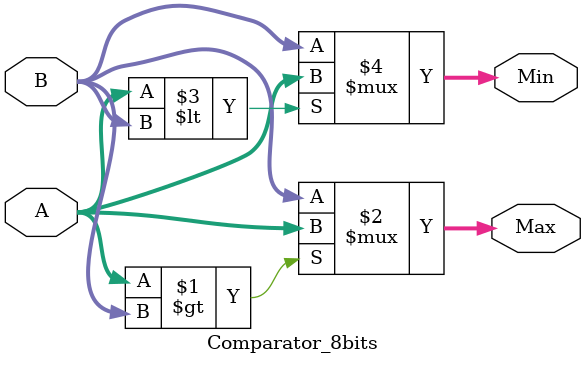
<source format=v>
module Comparator_8bits(Max, Min, A, B/*, clk*/);
    //input             clk;
    input       [7:0] A, B;
    output      [7:0] Max, Min;

    // always @(posedge clk) begin
    //     Max <= (A > B) ? A : B;
    //     Min <= (A < B) ? A : B;
    // end

    assign Max = (A > B) ? A : B;
    assign Min = (A < B) ? A : B;
endmodule
</source>
